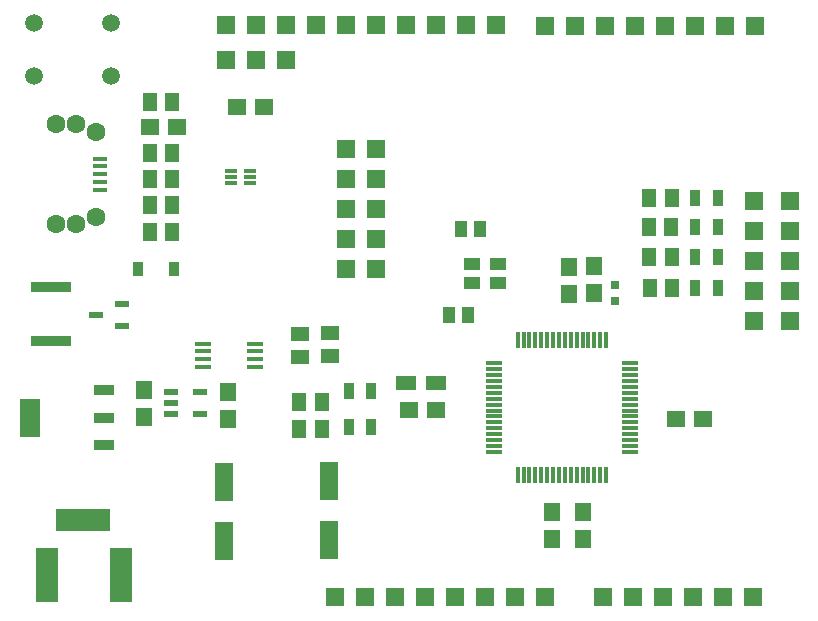
<source format=gts>
G04 DesignSpark PCB Gerber Version 12.0 Build 5942*
%FSLAX35Y35*%
%MOMM*%
%AMT115*0 Rounded Rectangle Pad at angle 0*4,1,20,-0.89940,-2.29900,0.89940,-2.29900,0.91840,-2.29520,0.93450,-2.28440,0.94520,-2.26830,0.94900,-2.24940,0.94900,2.24940,0.94520,2.26840,0.93440,2.28450,0.91830,2.29520,0.89940,2.29900,-0.89940,2.29900,-0.91840,2.29520,-0.93450,2.28440,-0.94520,2.26830,-0.94900,2.24940,-0.94900,-2.24940,-0.94520,-2.26840,-0.93440,-2.28450,-0.91830,-2.29520,-0.89940,-2.29900,0*%
%ADD115T115*%
%ADD133R,0.29800X1.47300*%
%ADD125R,0.84800X1.19800*%
%ADD123R,0.89800X1.39800*%
%ADD135R,1.01800X1.46800*%
%ADD122R,1.29340X1.52200*%
%ADD120R,1.39500X1.52200*%
%ADD117R,1.59800X3.19800*%
%ADD119R,1.74800X3.19800*%
%ADD121R,1.52200X1.52200*%
%AMT116*0 Rounded Rectangle Pad at angle 90*4,1,20,2.29900,-0.89940,2.29900,0.89940,2.29520,0.91840,2.28440,0.93450,2.26830,0.94520,2.24940,0.94900,-2.24940,0.94900,-2.26840,0.94520,-2.28450,0.93440,-2.29520,0.91830,-2.29900,0.89940,-2.29900,-0.89940,-2.29520,-0.91840,-2.28440,-0.93450,-2.26830,-0.94520,-2.24940,-0.94900,2.24940,-0.94900,2.26840,-0.94520,2.28450,-0.93440,2.29520,-0.91830,2.29900,-0.89940,0*%
%ADD116T116*%
%ADD131R,0.98800X0.29800*%
%ADD132R,1.47300X0.29800*%
%ADD128R,1.19800X0.44800*%
%ADD126R,1.39800X0.44800*%
%ADD124R,1.19800X0.59800*%
%ADD138R,0.69800X0.64800*%
%ADD130R,3.42800X0.84800*%
%ADD118R,1.74800X0.94800*%
%ADD134R,1.39800X1.09800*%
%ADD127R,1.52200X1.29340*%
%ADD139C,1.49800*%
%ADD129C,1.59800*%
%ADD137R,1.79800X1.29800*%
%ADD136R,1.52200X1.39500*%
X0Y0D02*
D02*
D115*
X42655050Y43488270D03*
X43275050D03*
D02*
D116*
X42955050Y43958270D03*
D02*
D117*
X44152050Y43779270D03*
Y44279270D03*
X45038050Y43782270D03*
Y44282270D03*
D02*
D118*
X43137050Y44592270D03*
Y44822270D03*
Y45052270D03*
D02*
D119*
X42507050Y44822270D03*
D02*
D120*
X43476050Y44824970D03*
Y45053570D03*
X44185550Y44810970D03*
Y45039570D03*
X46928050Y43791970D03*
Y44020570D03*
X47071050Y45870970D03*
Y46099570D03*
X47188050Y43790970D03*
Y44019570D03*
X47282050Y45872970D03*
Y46101570D03*
D02*
D121*
X44165550Y47847770D03*
X44170600Y48144000D03*
X44419550Y47847770D03*
X44424600Y48144000D03*
X44673550Y47847770D03*
X44678600Y48144000D03*
X44932600D03*
X45090000Y43301000D03*
X45186600Y46077770D03*
Y46331770D03*
Y46585770D03*
Y46839770D03*
Y47093770D03*
Y48144000D03*
X45344000Y43301000D03*
X45440600Y46077770D03*
Y46331770D03*
Y46585770D03*
Y46839770D03*
Y47093770D03*
Y48144000D03*
X45598000Y43301000D03*
X45694600Y48144000D03*
X45852000Y43301000D03*
X45948600Y48144000D03*
X46106000Y43301000D03*
X46202600Y48144000D03*
X46360000Y43301000D03*
X46456600Y48144000D03*
X46614000Y43301000D03*
X46865050Y48140270D03*
X46868000Y43301000D03*
X47119050Y48140270D03*
X47361000Y43301000D03*
X47373050Y48140270D03*
X47615000Y43301000D03*
X47627050Y48140270D03*
X47869000Y43301000D03*
X47881050Y48140270D03*
X48123000Y43301000D03*
X48135050Y48140270D03*
X48377000Y43301000D03*
X48389050Y48140270D03*
X48631000Y43301000D03*
X48641050Y45639270D03*
Y45893270D03*
Y46147270D03*
Y46401270D03*
Y46655270D03*
X48643050Y48140270D03*
X48942050Y45639270D03*
Y45893270D03*
Y46147270D03*
Y46401270D03*
Y46655270D03*
D02*
D122*
X43520800Y46620270D03*
Y46842270D03*
Y47064270D03*
X43523800Y46394270D03*
Y47495270D03*
X43711300Y46620270D03*
Y46842270D03*
Y47064270D03*
X43714300Y46394270D03*
Y47495270D03*
X44790300Y44727770D03*
Y44950270D03*
X44980800Y44727770D03*
Y44950270D03*
X47747800Y46432770D03*
X47752800Y46177770D03*
Y46682770D03*
X47755300Y45920270D03*
X47938300Y46432770D03*
X47943300Y46177770D03*
Y46682770D03*
X47945800Y45920270D03*
D02*
D123*
X45208050Y44740270D03*
Y45050270D03*
X45398050Y44740270D03*
Y45050270D03*
X48140550Y45920270D03*
X48140560Y46180270D03*
X48143050Y46432770D03*
Y46682770D03*
X48330550Y45920270D03*
X48330560Y46180270D03*
X48333050Y46432770D03*
Y46682770D03*
D02*
D124*
X43070050Y45692270D03*
X43290050Y45597270D03*
Y45787270D03*
X43702050Y44849270D03*
Y44944270D03*
Y45039270D03*
X43952050Y44849270D03*
Y45039270D03*
D02*
D125*
X43425550Y46080270D03*
X43730550D03*
D02*
D126*
X43975050Y45251770D03*
Y45316770D03*
Y45381770D03*
Y45446770D03*
X44415050Y45251770D03*
Y45316770D03*
Y45381770D03*
Y45446770D03*
D02*
D127*
X44792050Y45336020D03*
Y45526520D03*
X45051050Y45344020D03*
Y45534520D03*
D02*
D128*
X43100550Y46752770D03*
Y46817770D03*
Y46882770D03*
Y46947770D03*
Y47012770D03*
D02*
D129*
X42725550Y46460270D03*
Y47305270D03*
X42900550Y46460270D03*
Y47305270D03*
X43070550Y46522770D03*
Y47242770D03*
D02*
D130*
X42689050Y45469270D03*
Y45929270D03*
D02*
D131*
X44208550Y46809270D03*
Y46859270D03*
Y46909270D03*
X44369550Y46809270D03*
Y46859270D03*
Y46909270D03*
D02*
D132*
X46438250Y44531270D03*
Y44581270D03*
Y44631270D03*
Y44681270D03*
Y44731270D03*
Y44781270D03*
Y44831270D03*
Y44881270D03*
Y44931270D03*
Y44981270D03*
Y45031270D03*
Y45081270D03*
Y45131270D03*
Y45181270D03*
Y45231270D03*
Y45281270D03*
X47585850Y44531270D03*
Y44581270D03*
Y44631270D03*
Y44681270D03*
Y44731270D03*
Y44781270D03*
Y44831270D03*
Y44881270D03*
Y44931270D03*
Y44981270D03*
Y45031270D03*
Y45081270D03*
Y45131270D03*
Y45181270D03*
Y45231270D03*
Y45281270D03*
D02*
D133*
X46637050Y44332470D03*
Y45480070D03*
X46687050Y44332470D03*
Y45480070D03*
X46737050Y44332470D03*
Y45480070D03*
X46787050Y44332470D03*
Y45480070D03*
X46837050Y44332470D03*
Y45480070D03*
X46887050Y44332470D03*
Y45480070D03*
X46937050Y44332470D03*
Y45480070D03*
X46987050Y44332470D03*
Y45480070D03*
X47037050Y44332470D03*
Y45480070D03*
X47087050Y44332470D03*
Y45480070D03*
X47137050Y44332470D03*
Y45480070D03*
X47187050Y44332470D03*
Y45480070D03*
X47237050Y44332470D03*
Y45480070D03*
X47287050Y44332470D03*
Y45480070D03*
X47337050Y44332470D03*
Y45480070D03*
X47387050Y44332470D03*
Y45480070D03*
D02*
D134*
X46248050Y45963270D03*
Y46123270D03*
X46468050Y45963270D03*
Y46123270D03*
D02*
D135*
X46055550Y45692770D03*
X46158050Y46420270D03*
X46215550Y45692770D03*
X46318050Y46420270D03*
D02*
D136*
X43527750Y47279270D03*
X43756350D03*
X44261250Y47455270D03*
X44489850D03*
X45717750Y44890270D03*
X45946350D03*
X47976750Y44806270D03*
X48205350D03*
D02*
D137*
X45689050Y45116270D03*
X45949050D03*
D02*
D138*
X47464550Y45810270D03*
Y45945270D03*
D02*
D139*
X42546050Y47710270D03*
Y48160270D03*
X43196050Y47710270D03*
Y48160270D03*
X0Y0D02*
M02*

</source>
